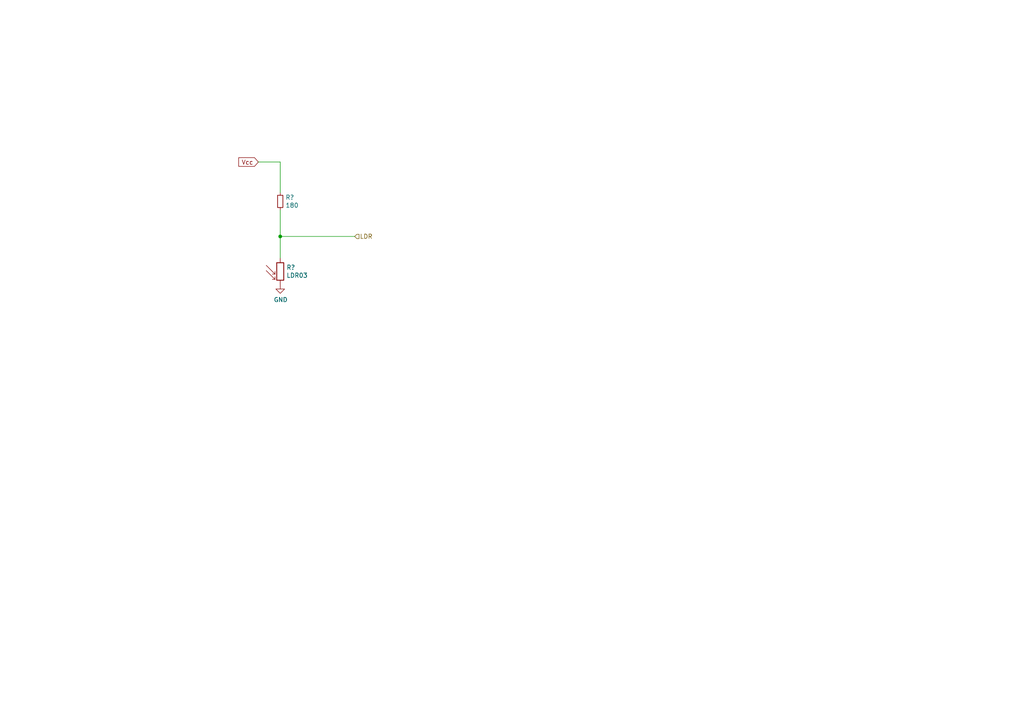
<source format=kicad_sch>
(kicad_sch (version 20230121) (generator eeschema)
  (paper "A4")
  (title_block (title "Analogue Sensor") (date "2023-03-04") (rev "Rev1") (company "UCT") (comment 1 "EEE3088F"))
  (lib_symbols
    (symbol "Device:R_Small" (pin_numbers hide) (pin_names (offset 0.254) hide)
      (property "Reference" "R" (at 0.762 0.508 0))
      (property "Value" "R_Small" (at 0.762 -1.016 0))
      (symbol "R_Small_0_1"
        (rectangle (start -0.762 1.778) (end 0.762 -1.778) (stroke (width 0.2032)))
      )
      (symbol "R_Small_1_1"
        (pin passive line (at 0 2.54 270) (length 0.762) (name "~") (number "1"))
        (pin passive line (at 0 -2.54 90) (length 0.762) (name "~") (number "2"))
      )
    )
    (symbol "Sensor_Optical:LDR03" (pin_numbers hide) (pin_names (offset 0))
      (property "Reference" "R" (at -5.08 0 90))
      (property "Value" "LDR03" (at 1.905 0 90))
      (symbol "LDR03_0_1"
        (rectangle (start -1.016 2.54) (end 1.016 -2.54) (stroke (width 0.254)))
        (polyline (pts (xy -1.524 -2.286) (xy -4.064 0.254)))
        (polyline (pts (xy -1.524 -2.286) (xy -2.286 -2.286)))
        (polyline (pts (xy -1.524 -2.286) (xy -1.524 -1.524)))
        (polyline (pts (xy -1.524 -0.762) (xy -4.064 1.778)))
        (polyline (pts (xy -1.524 -0.762) (xy -2.286 -0.762)))
        (polyline (pts (xy -1.524 -0.762) (xy -1.524 0)))
      )
      (symbol "LDR03_1_1"
        (pin passive line (at 0 3.81 270) (length 1.27) (name "~") (number "1"))
        (pin passive line (at 0 -3.81 90) (length 1.27) (name "~") (number "2"))
      )
    )
    (symbol "power:GND" (power) (pin_names (offset 0))
      (property "Value" "GND" (at 0 -3.81 0))
      (symbol "GND_0_1"
        (polyline (pts (xy 0 0) (xy 0 -1.27) (xy 1.27 -1.27) (xy 0 -2.54) (xy -1.27 -1.27) (xy 0 -1.27)))
      )
      (symbol "GND_1_1"
        (pin power_in line (at 0 0 270) (length 0) hide (name "GND") (number "1"))
      )
    )
  )
  (junction (at 81.28 68.58))
  (wire (pts (xy 81.28 60.96) (xy 81.28 68.58)))
  (wire (pts (xy 81.28 46.99) (xy 81.28 55.88)))
  (wire (pts (xy 74.93 46.99) (xy 81.28 46.99)))
  (wire (pts (xy 81.28 68.58) (xy 102.87 68.58)))
  (wire (pts (xy 81.28 68.58) (xy 81.28 74.93)))
  (global_label "Vcc" (shape input) (at 74.93 46.99 180) (property "Intersheetrefs" "${INTERSHEET_REFS}" (effects hide)))
  (hierarchical_label "LDR" (shape input) (at 102.87 68.58 0))
  (symbol (lib_id "Device:R_Small") (at 81.28 58.42 0) (unit 1)
    (property "Reference" "R?" (at 82.7786 57.2516 0) (effects (justify left)))
    (property "Value" "180" (at 82.7786 59.563 0) (effects (justify left)))
    (property "Footprint" "Resistor_SMD:R_0201_0603Metric" (effects hide))
    (property "Populate" "yes" (effects hide))
    (property "Price" "0.0017" (effects hide))
  )
  (symbol (lib_id "Sensor_Optical:LDR03") (at 81.28 78.74 0) (unit 1)
    (property "Reference" "R?" (at 83.058 77.5716 0) (effects (justify left)))
    (property "Value" "LDR03" (at 83.058 79.883 0) (effects (justify left)))
    (property "Footprint" "OptoDevice:R_LDR_10x8.5mm_P7.6mm_Vertical" (effects hide))
    (property "Datasheet" "http://www.elektronica-componenten.nl/WebRoot/StoreNL/Shops/61422969/54F1/BA0C/C664/31B9/2173/C0A8/2AB9/2AEF/LDR03IMP.pdf" (effects hide))
    (property "Populate" "yes" (effects hide))
    (property "Price" "0.04" (effects hide))
  )
  (symbol (lib_id "power:GND") (at 81.28 82.55 0) (unit 1)
    (property "Reference" "#PWR?" (effects hide))
    (property "Value" "GND" (at 81.407 86.9442 0))
  )
)
</source>
